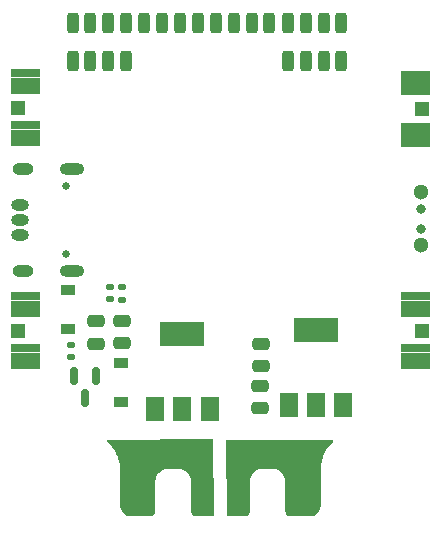
<source format=gbr>
%TF.GenerationSoftware,KiCad,Pcbnew,6.0.11-2627ca5db0~126~ubuntu22.04.1*%
%TF.CreationDate,2023-06-07T20:54:12+02:00*%
%TF.ProjectId,asac-fc-rev-b,61736163-2d66-4632-9d72-65762d622e6b,B*%
%TF.SameCoordinates,Original*%
%TF.FileFunction,Soldermask,Bot*%
%TF.FilePolarity,Negative*%
%FSLAX46Y46*%
G04 Gerber Fmt 4.6, Leading zero omitted, Abs format (unit mm)*
G04 Created by KiCad (PCBNEW 6.0.11-2627ca5db0~126~ubuntu22.04.1) date 2023-06-07 20:54:12*
%MOMM*%
%LPD*%
G01*
G04 APERTURE LIST*
G04 Aperture macros list*
%AMRoundRect*
0 Rectangle with rounded corners*
0 $1 Rounding radius*
0 $2 $3 $4 $5 $6 $7 $8 $9 X,Y pos of 4 corners*
0 Add a 4 corners polygon primitive as box body*
4,1,4,$2,$3,$4,$5,$6,$7,$8,$9,$2,$3,0*
0 Add four circle primitives for the rounded corners*
1,1,$1+$1,$2,$3*
1,1,$1+$1,$4,$5*
1,1,$1+$1,$6,$7*
1,1,$1+$1,$8,$9*
0 Add four rect primitives between the rounded corners*
20,1,$1+$1,$2,$3,$4,$5,0*
20,1,$1+$1,$4,$5,$6,$7,0*
20,1,$1+$1,$6,$7,$8,$9,0*
20,1,$1+$1,$8,$9,$2,$3,0*%
G04 Aperture macros list end*
%ADD10R,0.850000X0.700000*%
%ADD11R,1.270000X1.270000*%
%ADD12C,0.650000*%
%ADD13O,2.100000X1.000000*%
%ADD14O,1.800000X1.000000*%
%ADD15C,1.300000*%
%ADD16C,0.800000*%
%ADD17RoundRect,0.250000X0.250000X-0.625000X0.250000X0.625000X-0.250000X0.625000X-0.250000X-0.625000X0*%
%ADD18R,1.500000X2.000000*%
%ADD19R,3.800000X2.000000*%
%ADD20RoundRect,0.250000X0.475000X-0.250000X0.475000X0.250000X-0.475000X0.250000X-0.475000X-0.250000X0*%
%ADD21R,1.200000X0.900000*%
%ADD22RoundRect,0.135000X-0.185000X0.135000X-0.185000X-0.135000X0.185000X-0.135000X0.185000X0.135000X0*%
%ADD23O,1.500000X1.000000*%
%ADD24RoundRect,0.135000X0.185000X-0.135000X0.185000X0.135000X-0.185000X0.135000X-0.185000X-0.135000X0*%
%ADD25RoundRect,0.150000X-0.150000X0.587500X-0.150000X-0.587500X0.150000X-0.587500X0.150000X0.587500X0*%
G04 APERTURE END LIST*
D10*
%TO.C,J4*%
X139775000Y-129750000D03*
X141375000Y-129050000D03*
X140575000Y-129050000D03*
X140575000Y-129750000D03*
X141375000Y-129750000D03*
X139775000Y-129050000D03*
X141375000Y-128350000D03*
X139775000Y-128350000D03*
X140575000Y-128350000D03*
D11*
X141175000Y-126850000D03*
D10*
X139775000Y-124650000D03*
X140575000Y-123950000D03*
X140575000Y-125350000D03*
X141375000Y-124650000D03*
X141375000Y-123950000D03*
X141375000Y-125350000D03*
X140575000Y-124650000D03*
X139775000Y-125350000D03*
X139775000Y-123950000D03*
%TD*%
%TO.C,J9*%
X106749600Y-105777800D03*
X108349600Y-106477800D03*
X108349600Y-105777800D03*
X106749600Y-105077800D03*
X107549600Y-106477800D03*
X107549600Y-105777800D03*
X106749600Y-106477800D03*
X108349600Y-105077800D03*
X107549600Y-105077800D03*
D11*
X106949600Y-107977800D03*
D10*
X108349600Y-110177800D03*
X107549600Y-110177800D03*
X106749600Y-109477800D03*
X107549600Y-110877800D03*
X106749600Y-110177800D03*
X108349600Y-110877800D03*
X106749600Y-110877800D03*
X107549600Y-109477800D03*
X108349600Y-109477800D03*
%TD*%
D12*
%TO.C,J10*%
X111022500Y-114570000D03*
X111022500Y-120350000D03*
D13*
X111523500Y-113140000D03*
X111523500Y-121780000D03*
D14*
X107343500Y-113140000D03*
X107343500Y-121780000D03*
%TD*%
D15*
%TO.C,SW1*%
X141090000Y-119630000D03*
X141090000Y-115130000D03*
D16*
X141090000Y-118230000D03*
X141090000Y-116530000D03*
%TD*%
D17*
%TO.C,J3*%
X111580000Y-104000000D03*
X113080000Y-104000000D03*
X114580000Y-104000000D03*
X116080000Y-104000000D03*
%TD*%
D10*
%TO.C,J1*%
X139820000Y-105900000D03*
X141420000Y-106600000D03*
X141420000Y-105200000D03*
X139820000Y-105200000D03*
X140620000Y-105900000D03*
X140620000Y-105200000D03*
X140620000Y-106600000D03*
X139820000Y-106600000D03*
X141420000Y-105900000D03*
D11*
X141170000Y-108100000D03*
D10*
X139820000Y-111000000D03*
X140620000Y-110300000D03*
X140620000Y-111000000D03*
X141420000Y-110300000D03*
X139820000Y-109600000D03*
X141420000Y-111000000D03*
X140620000Y-109600000D03*
X139820000Y-110300000D03*
X141420000Y-109600000D03*
%TD*%
D17*
%TO.C,J15*%
X123720000Y-100850000D03*
X125220000Y-100850000D03*
X126720000Y-100850000D03*
X128220000Y-100850000D03*
%TD*%
%TO.C,J8*%
X117660000Y-100830000D03*
X119160000Y-100830000D03*
X120660000Y-100830000D03*
X122160000Y-100830000D03*
%TD*%
%TO.C,J2*%
X129820000Y-104000000D03*
X131320000Y-104000000D03*
X132820000Y-104000000D03*
X134320000Y-104000000D03*
%TD*%
D10*
%TO.C,J6*%
X107574600Y-129050000D03*
X107574600Y-128350000D03*
X107574600Y-129750000D03*
X108374600Y-128350000D03*
X108374600Y-129050000D03*
X106774600Y-129050000D03*
X108374600Y-129750000D03*
X106774600Y-129750000D03*
X106774600Y-128350000D03*
D11*
X106974600Y-126850000D03*
D10*
X108374600Y-123950000D03*
X107574600Y-124650000D03*
X107574600Y-125350000D03*
X108374600Y-125350000D03*
X106774600Y-124650000D03*
X108374600Y-124650000D03*
X107574600Y-123950000D03*
X106774600Y-125350000D03*
X106774600Y-123950000D03*
%TD*%
D17*
%TO.C,J5*%
X111580000Y-100840000D03*
X113080000Y-100840000D03*
X114580000Y-100840000D03*
X116080000Y-100840000D03*
%TD*%
%TO.C,J12*%
X129820000Y-100830000D03*
X131320000Y-100830000D03*
X132820000Y-100830000D03*
X134320000Y-100830000D03*
%TD*%
D18*
%TO.C,U4*%
X134500000Y-133125000D03*
X132200000Y-133125000D03*
D19*
X132200000Y-126825000D03*
D18*
X129900000Y-133125000D03*
%TD*%
D20*
%TO.C,C22*%
X127490000Y-129890000D03*
X127490000Y-127990000D03*
%TD*%
D21*
%TO.C,D4*%
X115670000Y-129600000D03*
X115670000Y-132900000D03*
%TD*%
D20*
%TO.C,C20*%
X127450000Y-133425000D03*
X127450000Y-131525000D03*
%TD*%
D22*
%TO.C,R6*%
X114720000Y-123170000D03*
X114720000Y-124190000D03*
%TD*%
D20*
%TO.C,C21*%
X113550000Y-127950000D03*
X113550000Y-126050000D03*
%TD*%
D18*
%TO.C,U5*%
X123175000Y-133475000D03*
X120875000Y-133475000D03*
D19*
X120875000Y-127175000D03*
D18*
X118575000Y-133475000D03*
%TD*%
D23*
%TO.C,J14*%
X107150000Y-116240000D03*
X107150000Y-117510000D03*
X107150000Y-118780000D03*
%TD*%
D22*
%TO.C,R5*%
X115740000Y-123200000D03*
X115740000Y-124220000D03*
%TD*%
D21*
%TO.C,D5*%
X111160000Y-126750000D03*
X111160000Y-123450000D03*
%TD*%
D20*
%TO.C,C23*%
X115770000Y-127920000D03*
X115770000Y-126020000D03*
%TD*%
D24*
%TO.C,R14*%
X111420000Y-129110000D03*
X111420000Y-128090000D03*
%TD*%
D25*
%TO.C,Q1*%
X111650000Y-130722500D03*
X113550000Y-130722500D03*
X112600000Y-132597500D03*
%TD*%
G36*
X133604926Y-136123588D02*
G01*
X133651516Y-136177160D01*
X133661747Y-136247415D01*
X133632370Y-136312049D01*
X133620957Y-136323660D01*
X133461304Y-136466335D01*
X133456335Y-136471304D01*
X133236863Y-136716894D01*
X133232457Y-136722419D01*
X133041872Y-136991022D01*
X133038120Y-136996993D01*
X132878804Y-137285253D01*
X132875739Y-137291617D01*
X132749704Y-137595894D01*
X132747371Y-137602561D01*
X132656193Y-137919047D01*
X132654625Y-137925916D01*
X132599455Y-138250623D01*
X132598665Y-138257636D01*
X132580100Y-138588225D01*
X132580000Y-138591782D01*
X132580000Y-141583813D01*
X132579393Y-141596163D01*
X132562002Y-141772737D01*
X132557184Y-141796963D01*
X132507482Y-141960809D01*
X132498029Y-141983629D01*
X132417319Y-142134628D01*
X132403596Y-142155166D01*
X132294980Y-142287515D01*
X132277515Y-142304980D01*
X132145166Y-142413596D01*
X132124628Y-142427319D01*
X131973629Y-142508029D01*
X131950809Y-142517482D01*
X131786963Y-142567184D01*
X131762737Y-142572002D01*
X131586163Y-142589393D01*
X131573813Y-142590000D01*
X130088258Y-142590000D01*
X130071812Y-142588922D01*
X129967037Y-142575128D01*
X129935265Y-142566615D01*
X129845326Y-142529361D01*
X129816840Y-142512914D01*
X129739607Y-142453651D01*
X129716349Y-142430393D01*
X129657086Y-142353160D01*
X129640639Y-142324674D01*
X129603385Y-142234735D01*
X129594872Y-142202963D01*
X129581078Y-142098188D01*
X129580000Y-142081742D01*
X129580000Y-139593092D01*
X129579697Y-139586920D01*
X129561392Y-139401076D01*
X129558988Y-139388984D01*
X129505675Y-139213235D01*
X129500964Y-139201862D01*
X129414390Y-139039893D01*
X129407539Y-139029640D01*
X129291034Y-138887678D01*
X129282322Y-138878966D01*
X129140360Y-138762461D01*
X129130107Y-138755610D01*
X128968138Y-138669036D01*
X128956765Y-138664325D01*
X128781016Y-138611012D01*
X128768924Y-138608608D01*
X128583080Y-138590303D01*
X128576908Y-138590000D01*
X127583092Y-138590000D01*
X127576920Y-138590303D01*
X127391076Y-138608608D01*
X127378984Y-138611012D01*
X127203235Y-138664325D01*
X127191862Y-138669036D01*
X127029893Y-138755610D01*
X127019640Y-138762461D01*
X126877678Y-138878966D01*
X126868966Y-138887678D01*
X126752461Y-139029640D01*
X126745610Y-139039893D01*
X126659036Y-139201862D01*
X126654325Y-139213235D01*
X126601012Y-139388984D01*
X126598608Y-139401076D01*
X126580303Y-139586920D01*
X126580000Y-139593092D01*
X126580000Y-142081742D01*
X126578922Y-142098188D01*
X126565128Y-142202963D01*
X126556615Y-142234735D01*
X126519361Y-142324674D01*
X126502914Y-142353160D01*
X126443651Y-142430393D01*
X126420393Y-142453651D01*
X126343160Y-142512914D01*
X126314674Y-142529361D01*
X126224735Y-142566615D01*
X126192963Y-142575128D01*
X126088188Y-142588922D01*
X126071742Y-142590000D01*
X124744164Y-142590000D01*
X124676043Y-142569998D01*
X124629550Y-142516342D01*
X124618179Y-142465949D01*
X124521976Y-136247718D01*
X124540922Y-136179296D01*
X124593852Y-136131979D01*
X124647733Y-136119769D01*
X133536769Y-136103709D01*
X133604926Y-136123588D01*
G37*
G36*
X123423066Y-136070158D02*
G01*
X123469704Y-136123687D01*
X123481227Y-136175105D01*
X123542871Y-142462765D01*
X123523538Y-142531078D01*
X123470340Y-142578095D01*
X123416877Y-142590000D01*
X122088258Y-142590000D01*
X122071812Y-142588922D01*
X121967037Y-142575128D01*
X121935265Y-142566615D01*
X121845326Y-142529361D01*
X121816840Y-142512914D01*
X121739607Y-142453651D01*
X121716349Y-142430393D01*
X121657086Y-142353160D01*
X121640639Y-142324674D01*
X121603385Y-142234735D01*
X121594872Y-142202963D01*
X121581078Y-142098188D01*
X121580000Y-142081742D01*
X121580000Y-139593092D01*
X121579697Y-139586920D01*
X121561392Y-139401076D01*
X121558988Y-139388984D01*
X121505675Y-139213235D01*
X121500964Y-139201862D01*
X121414390Y-139039893D01*
X121407539Y-139029640D01*
X121291034Y-138887678D01*
X121282322Y-138878966D01*
X121140360Y-138762461D01*
X121130107Y-138755610D01*
X120968138Y-138669036D01*
X120956765Y-138664325D01*
X120781016Y-138611012D01*
X120768924Y-138608608D01*
X120583080Y-138590303D01*
X120576908Y-138590000D01*
X119583092Y-138590000D01*
X119576920Y-138590303D01*
X119391076Y-138608608D01*
X119378984Y-138611012D01*
X119203235Y-138664325D01*
X119191862Y-138669036D01*
X119029893Y-138755610D01*
X119019640Y-138762461D01*
X118877678Y-138878966D01*
X118868966Y-138887678D01*
X118752461Y-139029640D01*
X118745610Y-139039893D01*
X118659036Y-139201862D01*
X118654325Y-139213235D01*
X118601012Y-139388984D01*
X118598608Y-139401076D01*
X118580303Y-139586920D01*
X118580000Y-139593092D01*
X118580000Y-142081742D01*
X118578922Y-142098188D01*
X118565128Y-142202963D01*
X118556615Y-142234735D01*
X118519361Y-142324674D01*
X118502914Y-142353160D01*
X118443651Y-142430393D01*
X118420393Y-142453651D01*
X118343160Y-142512914D01*
X118314674Y-142529361D01*
X118224735Y-142566615D01*
X118192963Y-142575128D01*
X118088188Y-142588922D01*
X118071742Y-142590000D01*
X116586187Y-142590000D01*
X116573837Y-142589393D01*
X116397263Y-142572002D01*
X116373037Y-142567184D01*
X116209191Y-142517482D01*
X116186371Y-142508029D01*
X116035372Y-142427319D01*
X116014834Y-142413596D01*
X115882485Y-142304980D01*
X115865020Y-142287515D01*
X115756404Y-142155166D01*
X115742681Y-142134628D01*
X115661971Y-141983629D01*
X115652518Y-141960809D01*
X115602816Y-141796963D01*
X115597998Y-141772737D01*
X115580607Y-141596163D01*
X115580000Y-141583813D01*
X115580000Y-138591782D01*
X115579900Y-138588225D01*
X115561335Y-138257636D01*
X115560545Y-138250623D01*
X115505375Y-137925916D01*
X115503807Y-137919047D01*
X115412629Y-137602561D01*
X115410296Y-137595894D01*
X115284261Y-137291617D01*
X115281196Y-137285253D01*
X115121880Y-136996993D01*
X115118128Y-136991022D01*
X114927543Y-136722419D01*
X114923137Y-136716894D01*
X114703665Y-136471304D01*
X114698696Y-136466335D01*
X114505952Y-136294088D01*
X114468487Y-136233781D01*
X114469573Y-136162793D01*
X114508866Y-136103661D01*
X114573891Y-136075160D01*
X114589570Y-136074137D01*
X123354891Y-136050340D01*
X123423066Y-136070158D01*
G37*
M02*

</source>
